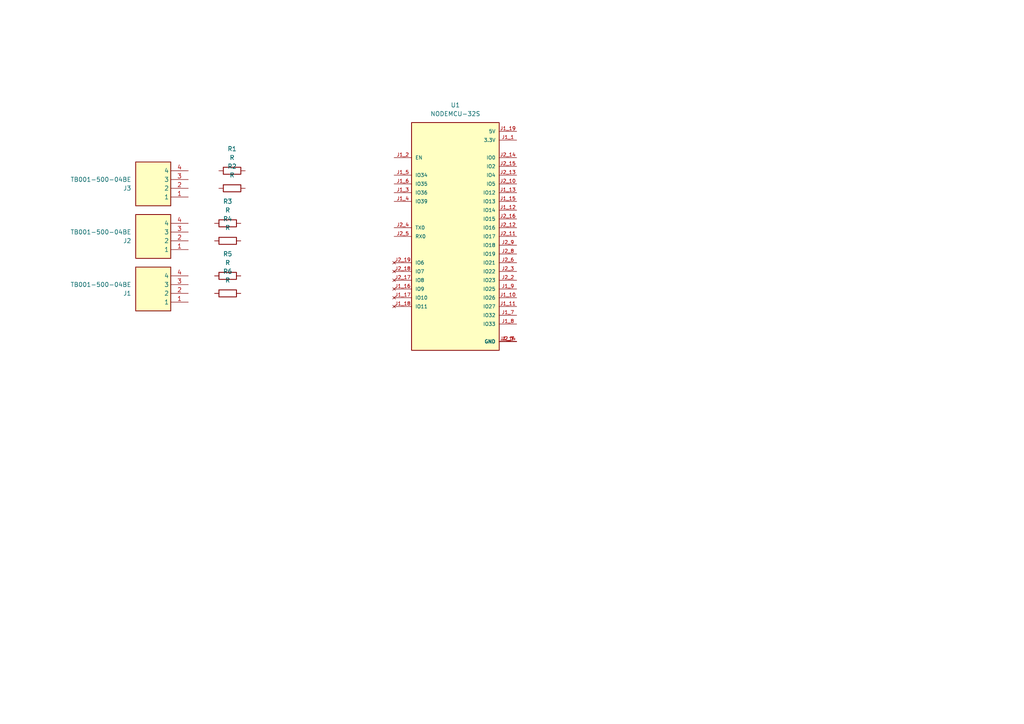
<source format=kicad_sch>
(kicad_sch
	(version 20231120)
	(generator "eeschema")
	(generator_version "8.0")
	(uuid "843dd45d-700d-47ca-b373-a487771aea0d")
	(paper "A4")
	(lib_symbols
		(symbol "Device:R"
			(pin_numbers hide)
			(pin_names
				(offset 0)
			)
			(exclude_from_sim no)
			(in_bom yes)
			(on_board yes)
			(property "Reference" "R"
				(at 2.032 0 90)
				(effects
					(font
						(size 1.27 1.27)
					)
				)
			)
			(property "Value" "R"
				(at 0 0 90)
				(effects
					(font
						(size 1.27 1.27)
					)
				)
			)
			(property "Footprint" ""
				(at -1.778 0 90)
				(effects
					(font
						(size 1.27 1.27)
					)
					(hide yes)
				)
			)
			(property "Datasheet" "~"
				(at 0 0 0)
				(effects
					(font
						(size 1.27 1.27)
					)
					(hide yes)
				)
			)
			(property "Description" "Resistor"
				(at 0 0 0)
				(effects
					(font
						(size 1.27 1.27)
					)
					(hide yes)
				)
			)
			(property "ki_keywords" "R res resistor"
				(at 0 0 0)
				(effects
					(font
						(size 1.27 1.27)
					)
					(hide yes)
				)
			)
			(property "ki_fp_filters" "R_*"
				(at 0 0 0)
				(effects
					(font
						(size 1.27 1.27)
					)
					(hide yes)
				)
			)
			(symbol "R_0_1"
				(rectangle
					(start -1.016 -2.54)
					(end 1.016 2.54)
					(stroke
						(width 0.254)
						(type default)
					)
					(fill
						(type none)
					)
				)
			)
			(symbol "R_1_1"
				(pin passive line
					(at 0 3.81 270)
					(length 1.27)
					(name "~"
						(effects
							(font
								(size 1.27 1.27)
							)
						)
					)
					(number "1"
						(effects
							(font
								(size 1.27 1.27)
							)
						)
					)
				)
				(pin passive line
					(at 0 -3.81 90)
					(length 1.27)
					(name "~"
						(effects
							(font
								(size 1.27 1.27)
							)
						)
					)
					(number "2"
						(effects
							(font
								(size 1.27 1.27)
							)
						)
					)
				)
			)
		)
		(symbol "LEDController:NODEMCU-32S"
			(pin_names
				(offset 1.016)
			)
			(exclude_from_sim no)
			(in_bom yes)
			(on_board yes)
			(property "Reference" "U"
				(at -12.7 33.782 0)
				(effects
					(font
						(size 1.27 1.27)
					)
					(justify left bottom)
				)
			)
			(property "Value" "NODEMCU-32S"
				(at -12.7 -35.56 0)
				(effects
					(font
						(size 1.27 1.27)
					)
					(justify left bottom)
				)
			)
			(property "Footprint" "LEDController:MODULE_NODEMCU-32S"
				(at 0 0 0)
				(effects
					(font
						(size 1.27 1.27)
					)
					(justify bottom)
					(hide yes)
				)
			)
			(property "Datasheet" ""
				(at 0 0 0)
				(effects
					(font
						(size 1.27 1.27)
					)
					(hide yes)
				)
			)
			(property "Description" ""
				(at 0 0 0)
				(effects
					(font
						(size 1.27 1.27)
					)
					(hide yes)
				)
			)
			(property "MF" "AI-Thinker"
				(at 0 0 0)
				(effects
					(font
						(size 1.27 1.27)
					)
					(justify bottom)
					(hide yes)
				)
			)
			(property "MAXIMUM_PACKAGE_HEIGHT" "3.00mm"
				(at 0 0 0)
				(effects
					(font
						(size 1.27 1.27)
					)
					(justify bottom)
					(hide yes)
				)
			)
			(property "Package" "Package"
				(at 0 0 0)
				(effects
					(font
						(size 1.27 1.27)
					)
					(justify bottom)
					(hide yes)
				)
			)
			(property "Price" "None"
				(at 0 0 0)
				(effects
					(font
						(size 1.27 1.27)
					)
					(justify bottom)
					(hide yes)
				)
			)
			(property "Check_prices" "https://www.snapeda.com/parts/NODEMCU-32S/AI-Thinker/view-part/?ref=eda"
				(at 0 0 0)
				(effects
					(font
						(size 1.27 1.27)
					)
					(justify bottom)
					(hide yes)
				)
			)
			(property "STANDARD" "Manufacturer Recommendations"
				(at 0 0 0)
				(effects
					(font
						(size 1.27 1.27)
					)
					(justify bottom)
					(hide yes)
				)
			)
			(property "PARTREV" "V1"
				(at 0 0 0)
				(effects
					(font
						(size 1.27 1.27)
					)
					(justify bottom)
					(hide yes)
				)
			)
			(property "SnapEDA_Link" "https://www.snapeda.com/parts/NODEMCU-32S/AI-Thinker/view-part/?ref=snap"
				(at 0 0 0)
				(effects
					(font
						(size 1.27 1.27)
					)
					(justify bottom)
					(hide yes)
				)
			)
			(property "MP" "NODEMCU-32S"
				(at 0 0 0)
				(effects
					(font
						(size 1.27 1.27)
					)
					(justify bottom)
					(hide yes)
				)
			)
			(property "Description_1" "\n                        \n                            WIFI MODULE V1\n                        \n"
				(at 0 0 0)
				(effects
					(font
						(size 1.27 1.27)
					)
					(justify bottom)
					(hide yes)
				)
			)
			(property "Availability" "Not in stock"
				(at 0 0 0)
				(effects
					(font
						(size 1.27 1.27)
					)
					(justify bottom)
					(hide yes)
				)
			)
			(property "MANUFACTURER" "AI-Thinker"
				(at 0 0 0)
				(effects
					(font
						(size 1.27 1.27)
					)
					(justify bottom)
					(hide yes)
				)
			)
			(symbol "NODEMCU-32S_0_0"
				(rectangle
					(start -12.7 -33.02)
					(end 12.7 33.02)
					(stroke
						(width 0.254)
						(type default)
					)
					(fill
						(type background)
					)
				)
				(pin power_in line
					(at 17.78 27.94 180)
					(length 5.08)
					(name "3.3V"
						(effects
							(font
								(size 1.016 1.016)
							)
						)
					)
					(number "J1_1"
						(effects
							(font
								(size 1.016 1.016)
							)
						)
					)
				)
				(pin bidirectional line
					(at 17.78 -17.78 180)
					(length 5.08)
					(name "IO26"
						(effects
							(font
								(size 1.016 1.016)
							)
						)
					)
					(number "J1_10"
						(effects
							(font
								(size 1.016 1.016)
							)
						)
					)
				)
				(pin bidirectional line
					(at 17.78 -20.32 180)
					(length 5.08)
					(name "IO27"
						(effects
							(font
								(size 1.016 1.016)
							)
						)
					)
					(number "J1_11"
						(effects
							(font
								(size 1.016 1.016)
							)
						)
					)
				)
				(pin bidirectional line
					(at 17.78 7.62 180)
					(length 5.08)
					(name "IO14"
						(effects
							(font
								(size 1.016 1.016)
							)
						)
					)
					(number "J1_12"
						(effects
							(font
								(size 1.016 1.016)
							)
						)
					)
				)
				(pin bidirectional line
					(at 17.78 12.7 180)
					(length 5.08)
					(name "IO12"
						(effects
							(font
								(size 1.016 1.016)
							)
						)
					)
					(number "J1_13"
						(effects
							(font
								(size 1.016 1.016)
							)
						)
					)
				)
				(pin power_in line
					(at 17.78 -30.48 180)
					(length 5.08)
					(name "GND"
						(effects
							(font
								(size 1.016 1.016)
							)
						)
					)
					(number "J1_14"
						(effects
							(font
								(size 1.016 1.016)
							)
						)
					)
				)
				(pin bidirectional line
					(at 17.78 10.16 180)
					(length 5.08)
					(name "IO13"
						(effects
							(font
								(size 1.016 1.016)
							)
						)
					)
					(number "J1_15"
						(effects
							(font
								(size 1.016 1.016)
							)
						)
					)
				)
				(pin no_connect line
					(at -17.78 -15.24 0)
					(length 5.08)
					(name "IO9"
						(effects
							(font
								(size 1.016 1.016)
							)
						)
					)
					(number "J1_16"
						(effects
							(font
								(size 1.016 1.016)
							)
						)
					)
				)
				(pin no_connect line
					(at -17.78 -17.78 0)
					(length 5.08)
					(name "IO10"
						(effects
							(font
								(size 1.016 1.016)
							)
						)
					)
					(number "J1_17"
						(effects
							(font
								(size 1.016 1.016)
							)
						)
					)
				)
				(pin no_connect line
					(at -17.78 -20.32 0)
					(length 5.08)
					(name "IO11"
						(effects
							(font
								(size 1.016 1.016)
							)
						)
					)
					(number "J1_18"
						(effects
							(font
								(size 1.016 1.016)
							)
						)
					)
				)
				(pin power_in line
					(at 17.78 30.48 180)
					(length 5.08)
					(name "5V"
						(effects
							(font
								(size 1.016 1.016)
							)
						)
					)
					(number "J1_19"
						(effects
							(font
								(size 1.016 1.016)
							)
						)
					)
				)
				(pin input line
					(at -17.78 22.86 0)
					(length 5.08)
					(name "EN"
						(effects
							(font
								(size 1.016 1.016)
							)
						)
					)
					(number "J1_2"
						(effects
							(font
								(size 1.016 1.016)
							)
						)
					)
				)
				(pin input line
					(at -17.78 12.7 0)
					(length 5.08)
					(name "IO36"
						(effects
							(font
								(size 1.016 1.016)
							)
						)
					)
					(number "J1_3"
						(effects
							(font
								(size 1.016 1.016)
							)
						)
					)
				)
				(pin input line
					(at -17.78 10.16 0)
					(length 5.08)
					(name "IO39"
						(effects
							(font
								(size 1.016 1.016)
							)
						)
					)
					(number "J1_4"
						(effects
							(font
								(size 1.016 1.016)
							)
						)
					)
				)
				(pin input line
					(at -17.78 17.78 0)
					(length 5.08)
					(name "IO34"
						(effects
							(font
								(size 1.016 1.016)
							)
						)
					)
					(number "J1_5"
						(effects
							(font
								(size 1.016 1.016)
							)
						)
					)
				)
				(pin input line
					(at -17.78 15.24 0)
					(length 5.08)
					(name "IO35"
						(effects
							(font
								(size 1.016 1.016)
							)
						)
					)
					(number "J1_6"
						(effects
							(font
								(size 1.016 1.016)
							)
						)
					)
				)
				(pin bidirectional line
					(at 17.78 -22.86 180)
					(length 5.08)
					(name "IO32"
						(effects
							(font
								(size 1.016 1.016)
							)
						)
					)
					(number "J1_7"
						(effects
							(font
								(size 1.016 1.016)
							)
						)
					)
				)
				(pin bidirectional line
					(at 17.78 -25.4 180)
					(length 5.08)
					(name "IO33"
						(effects
							(font
								(size 1.016 1.016)
							)
						)
					)
					(number "J1_8"
						(effects
							(font
								(size 1.016 1.016)
							)
						)
					)
				)
				(pin bidirectional line
					(at 17.78 -15.24 180)
					(length 5.08)
					(name "IO25"
						(effects
							(font
								(size 1.016 1.016)
							)
						)
					)
					(number "J1_9"
						(effects
							(font
								(size 1.016 1.016)
							)
						)
					)
				)
				(pin power_in line
					(at 17.78 -30.48 180)
					(length 5.08)
					(name "GND"
						(effects
							(font
								(size 1.016 1.016)
							)
						)
					)
					(number "J2_1"
						(effects
							(font
								(size 1.016 1.016)
							)
						)
					)
				)
				(pin bidirectional line
					(at 17.78 15.24 180)
					(length 5.08)
					(name "IO5"
						(effects
							(font
								(size 1.016 1.016)
							)
						)
					)
					(number "J2_10"
						(effects
							(font
								(size 1.016 1.016)
							)
						)
					)
				)
				(pin bidirectional line
					(at 17.78 0 180)
					(length 5.08)
					(name "IO17"
						(effects
							(font
								(size 1.016 1.016)
							)
						)
					)
					(number "J2_11"
						(effects
							(font
								(size 1.016 1.016)
							)
						)
					)
				)
				(pin bidirectional line
					(at 17.78 2.54 180)
					(length 5.08)
					(name "IO16"
						(effects
							(font
								(size 1.016 1.016)
							)
						)
					)
					(number "J2_12"
						(effects
							(font
								(size 1.016 1.016)
							)
						)
					)
				)
				(pin bidirectional line
					(at 17.78 17.78 180)
					(length 5.08)
					(name "IO4"
						(effects
							(font
								(size 1.016 1.016)
							)
						)
					)
					(number "J2_13"
						(effects
							(font
								(size 1.016 1.016)
							)
						)
					)
				)
				(pin bidirectional line
					(at 17.78 22.86 180)
					(length 5.08)
					(name "IO0"
						(effects
							(font
								(size 1.016 1.016)
							)
						)
					)
					(number "J2_14"
						(effects
							(font
								(size 1.016 1.016)
							)
						)
					)
				)
				(pin bidirectional line
					(at 17.78 20.32 180)
					(length 5.08)
					(name "IO2"
						(effects
							(font
								(size 1.016 1.016)
							)
						)
					)
					(number "J2_15"
						(effects
							(font
								(size 1.016 1.016)
							)
						)
					)
				)
				(pin bidirectional line
					(at 17.78 5.08 180)
					(length 5.08)
					(name "IO15"
						(effects
							(font
								(size 1.016 1.016)
							)
						)
					)
					(number "J2_16"
						(effects
							(font
								(size 1.016 1.016)
							)
						)
					)
				)
				(pin no_connect line
					(at -17.78 -12.7 0)
					(length 5.08)
					(name "IO8"
						(effects
							(font
								(size 1.016 1.016)
							)
						)
					)
					(number "J2_17"
						(effects
							(font
								(size 1.016 1.016)
							)
						)
					)
				)
				(pin no_connect line
					(at -17.78 -10.16 0)
					(length 5.08)
					(name "IO7"
						(effects
							(font
								(size 1.016 1.016)
							)
						)
					)
					(number "J2_18"
						(effects
							(font
								(size 1.016 1.016)
							)
						)
					)
				)
				(pin no_connect line
					(at -17.78 -7.62 0)
					(length 5.08)
					(name "IO6"
						(effects
							(font
								(size 1.016 1.016)
							)
						)
					)
					(number "J2_19"
						(effects
							(font
								(size 1.016 1.016)
							)
						)
					)
				)
				(pin bidirectional line
					(at 17.78 -12.7 180)
					(length 5.08)
					(name "IO23"
						(effects
							(font
								(size 1.016 1.016)
							)
						)
					)
					(number "J2_2"
						(effects
							(font
								(size 1.016 1.016)
							)
						)
					)
				)
				(pin bidirectional line
					(at 17.78 -10.16 180)
					(length 5.08)
					(name "IO22"
						(effects
							(font
								(size 1.016 1.016)
							)
						)
					)
					(number "J2_3"
						(effects
							(font
								(size 1.016 1.016)
							)
						)
					)
				)
				(pin bidirectional line
					(at -17.78 2.54 0)
					(length 5.08)
					(name "TX0"
						(effects
							(font
								(size 1.016 1.016)
							)
						)
					)
					(number "J2_4"
						(effects
							(font
								(size 1.016 1.016)
							)
						)
					)
				)
				(pin bidirectional line
					(at -17.78 0 0)
					(length 5.08)
					(name "RX0"
						(effects
							(font
								(size 1.016 1.016)
							)
						)
					)
					(number "J2_5"
						(effects
							(font
								(size 1.016 1.016)
							)
						)
					)
				)
				(pin bidirectional line
					(at 17.78 -7.62 180)
					(length 5.08)
					(name "IO21"
						(effects
							(font
								(size 1.016 1.016)
							)
						)
					)
					(number "J2_6"
						(effects
							(font
								(size 1.016 1.016)
							)
						)
					)
				)
				(pin power_in line
					(at 17.78 -30.48 180)
					(length 5.08)
					(name "GND"
						(effects
							(font
								(size 1.016 1.016)
							)
						)
					)
					(number "J2_7"
						(effects
							(font
								(size 1.016 1.016)
							)
						)
					)
				)
				(pin bidirectional line
					(at 17.78 -5.08 180)
					(length 5.08)
					(name "IO19"
						(effects
							(font
								(size 1.016 1.016)
							)
						)
					)
					(number "J2_8"
						(effects
							(font
								(size 1.016 1.016)
							)
						)
					)
				)
				(pin bidirectional line
					(at 17.78 -2.54 180)
					(length 5.08)
					(name "IO18"
						(effects
							(font
								(size 1.016 1.016)
							)
						)
					)
					(number "J2_9"
						(effects
							(font
								(size 1.016 1.016)
							)
						)
					)
				)
			)
		)
		(symbol "LEDController:TB001-500-04BE"
			(exclude_from_sim no)
			(in_bom yes)
			(on_board yes)
			(property "Reference" "J"
				(at 16.51 7.62 0)
				(effects
					(font
						(size 1.27 1.27)
					)
					(justify left top)
				)
			)
			(property "Value" "TB001-500-04BE"
				(at 16.51 5.08 0)
				(effects
					(font
						(size 1.27 1.27)
					)
					(justify left top)
				)
			)
			(property "Footprint" "TB00150004BE"
				(at 16.51 -94.92 0)
				(effects
					(font
						(size 1.27 1.27)
					)
					(justify left top)
					(hide yes)
				)
			)
			(property "Datasheet" "https://www.arrow.com/en/products/tb001-500-04be/cui-devices?utm_currency=USD&region=nac"
				(at 16.51 -194.92 0)
				(effects
					(font
						(size 1.27 1.27)
					)
					(justify left top)
					(hide yes)
				)
			)
			(property "Description" "Fixed Terminal Blocks Terminal block, screw type, 5.00, horizontal, 4 poles, CUI Blue, slotted screw, PCB mount"
				(at 0 0 0)
				(effects
					(font
						(size 1.27 1.27)
					)
					(hide yes)
				)
			)
			(property "Height" "12.9"
				(at 16.51 -394.92 0)
				(effects
					(font
						(size 1.27 1.27)
					)
					(justify left top)
					(hide yes)
				)
			)
			(property "Arrow Part Number" "TB001-500-04BE"
				(at 16.51 -494.92 0)
				(effects
					(font
						(size 1.27 1.27)
					)
					(justify left top)
					(hide yes)
				)
			)
			(property "Arrow Price/Stock" "https://www.arrow.com/en/products/tb001-500-04be/cui-devices?utm_currency=USD&region=nac"
				(at 16.51 -594.92 0)
				(effects
					(font
						(size 1.27 1.27)
					)
					(justify left top)
					(hide yes)
				)
			)
			(property "Manufacturer_Name" "Same Sky"
				(at 16.51 -694.92 0)
				(effects
					(font
						(size 1.27 1.27)
					)
					(justify left top)
					(hide yes)
				)
			)
			(property "Manufacturer_Part_Number" "TB001-500-04BE"
				(at 16.51 -794.92 0)
				(effects
					(font
						(size 1.27 1.27)
					)
					(justify left top)
					(hide yes)
				)
			)
			(symbol "TB001-500-04BE_1_1"
				(rectangle
					(start 5.08 2.54)
					(end 15.24 -10.16)
					(stroke
						(width 0.254)
						(type default)
					)
					(fill
						(type background)
					)
				)
				(pin passive line
					(at 0 0 0)
					(length 5.08)
					(name "1"
						(effects
							(font
								(size 1.27 1.27)
							)
						)
					)
					(number "1"
						(effects
							(font
								(size 1.27 1.27)
							)
						)
					)
				)
				(pin passive line
					(at 0 -2.54 0)
					(length 5.08)
					(name "2"
						(effects
							(font
								(size 1.27 1.27)
							)
						)
					)
					(number "2"
						(effects
							(font
								(size 1.27 1.27)
							)
						)
					)
				)
				(pin passive line
					(at 0 -5.08 0)
					(length 5.08)
					(name "3"
						(effects
							(font
								(size 1.27 1.27)
							)
						)
					)
					(number "3"
						(effects
							(font
								(size 1.27 1.27)
							)
						)
					)
				)
				(pin passive line
					(at 0 -7.62 0)
					(length 5.08)
					(name "4"
						(effects
							(font
								(size 1.27 1.27)
							)
						)
					)
					(number "4"
						(effects
							(font
								(size 1.27 1.27)
							)
						)
					)
				)
			)
		)
	)
	(symbol
		(lib_id "Device:R")
		(at 66.04 69.85 90)
		(unit 1)
		(exclude_from_sim no)
		(in_bom yes)
		(on_board yes)
		(dnp no)
		(fields_autoplaced yes)
		(uuid "2003a29d-cca4-40ab-b237-d57754a427d6")
		(property "Reference" "R4"
			(at 66.04 63.5 90)
			(effects
				(font
					(size 1.27 1.27)
				)
			)
		)
		(property "Value" "R"
			(at 66.04 66.04 90)
			(effects
				(font
					(size 1.27 1.27)
				)
			)
		)
		(property "Footprint" "Resistor_THT:R_Axial_DIN0207_L6.3mm_D2.5mm_P10.16mm_Horizontal"
			(at 66.04 71.628 90)
			(effects
				(font
					(size 1.27 1.27)
				)
				(hide yes)
			)
		)
		(property "Datasheet" "~"
			(at 66.04 69.85 0)
			(effects
				(font
					(size 1.27 1.27)
				)
				(hide yes)
			)
		)
		(property "Description" "Resistor"
			(at 66.04 69.85 0)
			(effects
				(font
					(size 1.27 1.27)
				)
				(hide yes)
			)
		)
		(pin "2"
			(uuid "04c31e33-48e9-4b61-8d4c-450630ea76da")
		)
		(pin "1"
			(uuid "929810e5-a739-4480-a7ec-b9c126f51d3b")
		)
		(instances
			(project "LEDControllerBrain"
				(path "/843dd45d-700d-47ca-b373-a487771aea0d"
					(reference "R4")
					(unit 1)
				)
			)
		)
	)
	(symbol
		(lib_id "Device:R")
		(at 66.04 85.09 90)
		(unit 1)
		(exclude_from_sim no)
		(in_bom yes)
		(on_board yes)
		(dnp no)
		(fields_autoplaced yes)
		(uuid "28d29aab-7d08-4308-89bf-51addfbd6263")
		(property "Reference" "R6"
			(at 66.04 78.74 90)
			(effects
				(font
					(size 1.27 1.27)
				)
			)
		)
		(property "Value" "R"
			(at 66.04 81.28 90)
			(effects
				(font
					(size 1.27 1.27)
				)
			)
		)
		(property "Footprint" "Resistor_THT:R_Axial_DIN0207_L6.3mm_D2.5mm_P10.16mm_Horizontal"
			(at 66.04 86.868 90)
			(effects
				(font
					(size 1.27 1.27)
				)
				(hide yes)
			)
		)
		(property "Datasheet" "~"
			(at 66.04 85.09 0)
			(effects
				(font
					(size 1.27 1.27)
				)
				(hide yes)
			)
		)
		(property "Description" "Resistor"
			(at 66.04 85.09 0)
			(effects
				(font
					(size 1.27 1.27)
				)
				(hide yes)
			)
		)
		(pin "2"
			(uuid "477f6468-ae02-4e3e-aadc-a47fc4ce3664")
		)
		(pin "1"
			(uuid "42a57ba7-3e61-49b0-b9ac-59f32d972db6")
		)
		(instances
			(project "LEDControllerBrain"
				(path "/843dd45d-700d-47ca-b373-a487771aea0d"
					(reference "R6")
					(unit 1)
				)
			)
		)
	)
	(symbol
		(lib_id "Device:R")
		(at 67.31 49.53 90)
		(unit 1)
		(exclude_from_sim no)
		(in_bom yes)
		(on_board yes)
		(dnp no)
		(fields_autoplaced yes)
		(uuid "3170217f-4eeb-4df5-913d-7bf2782c4266")
		(property "Reference" "R1"
			(at 67.31 43.18 90)
			(effects
				(font
					(size 1.27 1.27)
				)
			)
		)
		(property "Value" "R"
			(at 67.31 45.72 90)
			(effects
				(font
					(size 1.27 1.27)
				)
			)
		)
		(property "Footprint" "Resistor_THT:R_Axial_DIN0207_L6.3mm_D2.5mm_P10.16mm_Horizontal"
			(at 67.31 51.308 90)
			(effects
				(font
					(size 1.27 1.27)
				)
				(hide yes)
			)
		)
		(property "Datasheet" "~"
			(at 67.31 49.53 0)
			(effects
				(font
					(size 1.27 1.27)
				)
				(hide yes)
			)
		)
		(property "Description" "Resistor"
			(at 67.31 49.53 0)
			(effects
				(font
					(size 1.27 1.27)
				)
				(hide yes)
			)
		)
		(pin "2"
			(uuid "88983f0d-5ea8-416f-bf6c-670236890ff9")
		)
		(pin "1"
			(uuid "3c388a16-5d93-4b21-be10-18338cf4d704")
		)
		(instances
			(project ""
				(path "/843dd45d-700d-47ca-b373-a487771aea0d"
					(reference "R1")
					(unit 1)
				)
			)
		)
	)
	(symbol
		(lib_id "Device:R")
		(at 66.04 64.77 90)
		(unit 1)
		(exclude_from_sim no)
		(in_bom yes)
		(on_board yes)
		(dnp no)
		(fields_autoplaced yes)
		(uuid "3e43ff98-6f6a-4650-98e8-141979e9eb9d")
		(property "Reference" "R3"
			(at 66.04 58.42 90)
			(effects
				(font
					(size 1.27 1.27)
				)
			)
		)
		(property "Value" "R"
			(at 66.04 60.96 90)
			(effects
				(font
					(size 1.27 1.27)
				)
			)
		)
		(property "Footprint" "Resistor_THT:R_Axial_DIN0207_L6.3mm_D2.5mm_P10.16mm_Horizontal"
			(at 66.04 66.548 90)
			(effects
				(font
					(size 1.27 1.27)
				)
				(hide yes)
			)
		)
		(property "Datasheet" "~"
			(at 66.04 64.77 0)
			(effects
				(font
					(size 1.27 1.27)
				)
				(hide yes)
			)
		)
		(property "Description" "Resistor"
			(at 66.04 64.77 0)
			(effects
				(font
					(size 1.27 1.27)
				)
				(hide yes)
			)
		)
		(pin "2"
			(uuid "f132a1d6-de01-45a8-b453-7773977c97fb")
		)
		(pin "1"
			(uuid "0e2364fd-c08e-49fb-8168-f7432db327ff")
		)
		(instances
			(project "LEDControllerBrain"
				(path "/843dd45d-700d-47ca-b373-a487771aea0d"
					(reference "R3")
					(unit 1)
				)
			)
		)
	)
	(symbol
		(lib_id "LEDController:TB001-500-04BE")
		(at 54.61 87.63 180)
		(unit 1)
		(exclude_from_sim no)
		(in_bom yes)
		(on_board yes)
		(dnp no)
		(fields_autoplaced yes)
		(uuid "54aa3dfe-f269-439f-8c9d-c5395fbf4226")
		(property "Reference" "J1"
			(at 38.1 85.0901 0)
			(effects
				(font
					(size 1.27 1.27)
				)
				(justify left)
			)
		)
		(property "Value" "TB001-500-04BE"
			(at 38.1 82.5501 0)
			(effects
				(font
					(size 1.27 1.27)
				)
				(justify left)
			)
		)
		(property "Footprint" "TB00150004BE"
			(at 38.1 -7.29 0)
			(effects
				(font
					(size 1.27 1.27)
				)
				(justify left top)
				(hide yes)
			)
		)
		(property "Datasheet" "https://www.arrow.com/en/products/tb001-500-04be/cui-devices?utm_currency=USD&region=nac"
			(at 38.1 -107.29 0)
			(effects
				(font
					(size 1.27 1.27)
				)
				(justify left top)
				(hide yes)
			)
		)
		(property "Description" "Fixed Terminal Blocks Terminal block, screw type, 5.00, horizontal, 4 poles, CUI Blue, slotted screw, PCB mount"
			(at 54.61 87.63 0)
			(effects
				(font
					(size 1.27 1.27)
				)
				(hide yes)
			)
		)
		(property "Height" "12.9"
			(at 38.1 -307.29 0)
			(effects
				(font
					(size 1.27 1.27)
				)
				(justify left top)
				(hide yes)
			)
		)
		(property "Arrow Part Number" "TB001-500-04BE"
			(at 38.1 -407.29 0)
			(effects
				(font
					(size 1.27 1.27)
				)
				(justify left top)
				(hide yes)
			)
		)
		(property "Arrow Price/Stock" "https://www.arrow.com/en/products/tb001-500-04be/cui-devices?utm_currency=USD&region=nac"
			(at 38.1 -507.29 0)
			(effects
				(font
					(size 1.27 1.27)
				)
				(justify left top)
				(hide yes)
			)
		)
		(property "Manufacturer_Name" "Same Sky"
			(at 38.1 -607.29 0)
			(effects
				(font
					(size 1.27 1.27)
				)
				(justify left top)
				(hide yes)
			)
		)
		(property "Manufacturer_Part_Number" "TB001-500-04BE"
			(at 38.1 -707.29 0)
			(effects
				(font
					(size 1.27 1.27)
				)
				(justify left top)
				(hide yes)
			)
		)
		(pin "4"
			(uuid "6c9dec89-77db-45c5-8a39-496f62955e08")
		)
		(pin "2"
			(uuid "c94bd6db-7eaf-4f92-9bed-40628709eb93")
		)
		(pin "1"
			(uuid "6a675a99-cb43-4168-b698-8c6e3ce6b37c")
		)
		(pin "3"
			(uuid "63b84e80-ee5a-4154-892c-9c9c478ef80d")
		)
		(instances
			(project ""
				(path "/843dd45d-700d-47ca-b373-a487771aea0d"
					(reference "J1")
					(unit 1)
				)
			)
		)
	)
	(symbol
		(lib_id "Device:R")
		(at 67.31 54.61 90)
		(unit 1)
		(exclude_from_sim no)
		(in_bom yes)
		(on_board yes)
		(dnp no)
		(fields_autoplaced yes)
		(uuid "7e76bf64-5103-4071-afc0-57615666e626")
		(property "Reference" "R2"
			(at 67.31 48.26 90)
			(effects
				(font
					(size 1.27 1.27)
				)
			)
		)
		(property "Value" "R"
			(at 67.31 50.8 90)
			(effects
				(font
					(size 1.27 1.27)
				)
			)
		)
		(property "Footprint" "Resistor_THT:R_Axial_DIN0207_L6.3mm_D2.5mm_P10.16mm_Horizontal"
			(at 67.31 56.388 90)
			(effects
				(font
					(size 1.27 1.27)
				)
				(hide yes)
			)
		)
		(property "Datasheet" "~"
			(at 67.31 54.61 0)
			(effects
				(font
					(size 1.27 1.27)
				)
				(hide yes)
			)
		)
		(property "Description" "Resistor"
			(at 67.31 54.61 0)
			(effects
				(font
					(size 1.27 1.27)
				)
				(hide yes)
			)
		)
		(pin "2"
			(uuid "00986a86-dde9-4ec5-9d32-633c1d698846")
		)
		(pin "1"
			(uuid "39291764-06ac-46fb-8cde-e59a37131444")
		)
		(instances
			(project "LEDControllerBrain"
				(path "/843dd45d-700d-47ca-b373-a487771aea0d"
					(reference "R2")
					(unit 1)
				)
			)
		)
	)
	(symbol
		(lib_id "LEDController:NODEMCU-32S")
		(at 132.08 68.58 0)
		(unit 1)
		(exclude_from_sim no)
		(in_bom yes)
		(on_board yes)
		(dnp no)
		(fields_autoplaced yes)
		(uuid "89e9f163-9879-4460-8000-d67db0e88d49")
		(property "Reference" "U1"
			(at 132.08 30.48 0)
			(effects
				(font
					(size 1.27 1.27)
				)
			)
		)
		(property "Value" "NODEMCU-32S"
			(at 132.08 33.02 0)
			(effects
				(font
					(size 1.27 1.27)
				)
			)
		)
		(property "Footprint" "LEDController:MODULE_NODEMCU-32S"
			(at 132.08 68.58 0)
			(effects
				(font
					(size 1.27 1.27)
				)
				(justify bottom)
				(hide yes)
			)
		)
		(property "Datasheet" ""
			(at 132.08 68.58 0)
			(effects
				(font
					(size 1.27 1.27)
				)
				(hide yes)
			)
		)
		(property "Description" ""
			(at 132.08 68.58 0)
			(effects
				(font
					(size 1.27 1.27)
				)
				(hide yes)
			)
		)
		(property "MF" "AI-Thinker"
			(at 132.08 68.58 0)
			(effects
				(font
					(size 1.27 1.27)
				)
				(justify bottom)
				(hide yes)
			)
		)
		(property "MAXIMUM_PACKAGE_HEIGHT" "3.00mm"
			(at 132.08 68.58 0)
			(effects
				(font
					(size 1.27 1.27)
				)
				(justify bottom)
				(hide yes)
			)
		)
		(property "Package" "Package"
			(at 132.08 68.58 0)
			(effects
				(font
					(size 1.27 1.27)
				)
				(justify bottom)
				(hide yes)
			)
		)
		(property "Price" "None"
			(at 132.08 68.58 0)
			(effects
				(font
					(size 1.27 1.27)
				)
				(justify bottom)
				(hide yes)
			)
		)
		(property "Check_prices" "https://www.snapeda.com/parts/NODEMCU-32S/AI-Thinker/view-part/?ref=eda"
			(at 132.08 68.58 0)
			(effects
				(font
					(size 1.27 1.27)
				)
				(justify bottom)
				(hide yes)
			)
		)
		(property "STANDARD" "Manufacturer Recommendations"
			(at 132.08 68.58 0)
			(effects
				(font
					(size 1.27 1.27)
				)
				(justify bottom)
				(hide yes)
			)
		)
		(property "PARTREV" "V1"
			(at 132.08 68.58 0)
			(effects
				(font
					(size 1.27 1.27)
				)
				(justify bottom)
				(hide yes)
			)
		)
		(property "SnapEDA_Link" "https://www.snapeda.com/parts/NODEMCU-32S/AI-Thinker/view-part/?ref=snap"
			(at 132.08 68.58 0)
			(effects
				(font
					(size 1.27 1.27)
				)
				(justify bottom)
				(hide yes)
			)
		)
		(property "MP" "NODEMCU-32S"
			(at 132.08 68.58 0)
			(effects
				(font
					(size 1.27 1.27)
				)
				(justify bottom)
				(hide yes)
			)
		)
		(property "Description_1" "\n                        \n                            WIFI MODULE V1\n                        \n"
			(at 132.08 68.58 0)
			(effects
				(font
					(size 1.27 1.27)
				)
				(justify bottom)
				(hide yes)
			)
		)
		(property "Availability" "Not in stock"
			(at 132.08 68.58 0)
			(effects
				(font
					(size 1.27 1.27)
				)
				(justify bottom)
				(hide yes)
			)
		)
		(property "MANUFACTURER" "AI-Thinker"
			(at 132.08 68.58 0)
			(effects
				(font
					(size 1.27 1.27)
				)
				(justify bottom)
				(hide yes)
			)
		)
		(pin "J1_17"
			(uuid "863db319-c364-48fb-9b96-842e278d28ec")
		)
		(pin "J1_5"
			(uuid "c817ba43-dccb-4435-85f3-7c65997aaebb")
		)
		(pin "J1_6"
			(uuid "2e8aac7c-4fee-400e-b4a2-194f54b345a2")
		)
		(pin "J1_7"
			(uuid "63e81a78-8309-43a3-a992-e67a0ae1ca95")
		)
		(pin "J1_12"
			(uuid "2f895e43-c67a-4ca8-a2d6-de9992c170b7")
		)
		(pin "J1_11"
			(uuid "ecbba1ed-81a6-45ea-a142-b36ae125ccb6")
		)
		(pin "J1_13"
			(uuid "ac6d224e-7ed8-4385-875e-297e3311158f")
		)
		(pin "J1_15"
			(uuid "8145ddf5-dc65-443f-8f90-274e9a5827fc")
		)
		(pin "J1_10"
			(uuid "83f6c1e5-05a3-42ae-b6c2-0fc79072baf3")
		)
		(pin "J1_18"
			(uuid "af80d80c-4c0e-48b2-9208-63e7e5a8e2b0")
		)
		(pin "J1_14"
			(uuid "a0ce92e5-3e29-435f-b809-eaf5dfc074f0")
		)
		(pin "J1_19"
			(uuid "2d125fd0-fc0b-4da8-96ac-4fa23f07c5e5")
		)
		(pin "J1_1"
			(uuid "fb3e3659-1791-4a54-bf5d-7d073e549658")
		)
		(pin "J1_2"
			(uuid "84c9a4f8-b9c5-42c2-85dd-5f8f37a1349e")
		)
		(pin "J1_3"
			(uuid "bb6b232f-a592-446f-94a2-335af9f024eb")
		)
		(pin "J1_16"
			(uuid "dba479ea-a345-40f8-8fed-f238932abf50")
		)
		(pin "J1_4"
			(uuid "cde11b5c-53a8-45cc-92c4-f1a9c1f934ea")
		)
		(pin "J2_13"
			(uuid "7e6506e7-b72d-4b4c-80d4-7386056731b7")
		)
		(pin "J1_8"
			(uuid "9692f9f4-a893-48d2-9ff8-9ad68289576d")
		)
		(pin "J1_9"
			(uuid "061c1fee-78be-473b-bf58-93982d790c9e")
		)
		(pin "J2_1"
			(uuid "b2713886-58ba-42c4-8efb-1b2d05e1c22f")
		)
		(pin "J2_10"
			(uuid "6b13a484-7797-4099-a5de-52ece36a2538")
		)
		(pin "J2_12"
			(uuid "aa16958d-bd1b-442d-9bc1-086e830c8b66")
		)
		(pin "J2_11"
			(uuid "fa079694-4442-4012-b4bc-5baf4f0de0d0")
		)
		(pin "J2_14"
			(uuid "29f35729-37bf-4147-9e95-5e9f4c1b5c92")
		)
		(pin "J2_15"
			(uuid "1e60ad71-1017-4049-a751-0fd181a2b669")
		)
		(pin "J2_19"
			(uuid "c232bb38-f4d3-425b-bc8c-d91b63f9022d")
		)
		(pin "J2_6"
			(uuid "78000688-1060-42a6-8c66-1a4bb2a99e9b")
		)
		(pin "J2_8"
			(uuid "8c9fc24b-ddca-4631-b1c9-3306e4c6abb7")
		)
		(pin "J2_7"
			(uuid "4200eb77-3bf5-4bb2-9975-238f30f83721")
		)
		(pin "J2_3"
			(uuid "7b5c98a2-0bcc-4772-b1d1-8e9b4fa05cf5")
		)
		(pin "J2_17"
			(uuid "96bdae67-ba47-479d-b8ca-e78100d43a2e")
		)
		(pin "J2_4"
			(uuid "c7bb8051-670e-4f0e-8c7b-3956b96873b9")
		)
		(pin "J2_16"
			(uuid "6e7f57f6-cb39-416f-8fc0-3573be81ca51")
		)
		(pin "J2_18"
			(uuid "4e2dd41c-cf75-4776-8b4f-8ed7cbfadd48")
		)
		(pin "J2_2"
			(uuid "c2cc9e68-c101-498b-be81-25afa04f1a5e")
		)
		(pin "J2_9"
			(uuid "ae2aa98f-cb76-4c15-86de-d5363608091b")
		)
		(pin "J2_5"
			(uuid "3fba4be1-5c3f-4aed-b578-27b2d0963147")
		)
		(instances
			(project ""
				(path "/843dd45d-700d-47ca-b373-a487771aea0d"
					(reference "U1")
					(unit 1)
				)
			)
		)
	)
	(symbol
		(lib_id "Device:R")
		(at 66.04 80.01 90)
		(unit 1)
		(exclude_from_sim no)
		(in_bom yes)
		(on_board yes)
		(dnp no)
		(fields_autoplaced yes)
		(uuid "a01c3bbe-c163-46d4-b77b-b2d44a148891")
		(property "Reference" "R5"
			(at 66.04 73.66 90)
			(effects
				(font
					(size 1.27 1.27)
				)
			)
		)
		(property "Value" "R"
			(at 66.04 76.2 90)
			(effects
				(font
					(size 1.27 1.27)
				)
			)
		)
		(property "Footprint" "Resistor_THT:R_Axial_DIN0207_L6.3mm_D2.5mm_P10.16mm_Horizontal"
			(at 66.04 81.788 90)
			(effects
				(font
					(size 1.27 1.27)
				)
				(hide yes)
			)
		)
		(property "Datasheet" "~"
			(at 66.04 80.01 0)
			(effects
				(font
					(size 1.27 1.27)
				)
				(hide yes)
			)
		)
		(property "Description" "Resistor"
			(at 66.04 80.01 0)
			(effects
				(font
					(size 1.27 1.27)
				)
				(hide yes)
			)
		)
		(pin "2"
			(uuid "3f9720fe-5e8f-4caf-b1f8-a33f9b6d97b2")
		)
		(pin "1"
			(uuid "7b15e831-5d33-4883-83f6-ce8cfc864f42")
		)
		(instances
			(project "LEDControllerBrain"
				(path "/843dd45d-700d-47ca-b373-a487771aea0d"
					(reference "R5")
					(unit 1)
				)
			)
		)
	)
	(symbol
		(lib_id "LEDController:TB001-500-04BE")
		(at 54.61 57.15 180)
		(unit 1)
		(exclude_from_sim no)
		(in_bom yes)
		(on_board yes)
		(dnp no)
		(fields_autoplaced yes)
		(uuid "c09efac2-9bb9-4d9c-b78b-c3bc6918ad9d")
		(property "Reference" "J3"
			(at 38.1 54.6101 0)
			(effects
				(font
					(size 1.27 1.27)
				)
				(justify left)
			)
		)
		(property "Value" "TB001-500-04BE"
			(at 38.1 52.0701 0)
			(effects
				(font
					(size 1.27 1.27)
				)
				(justify left)
			)
		)
		(property "Footprint" "TB00150004BE"
			(at 38.1 -37.77 0)
			(effects
				(font
					(size 1.27 1.27)
				)
				(justify left top)
				(hide yes)
			)
		)
		(property "Datasheet" "https://www.arrow.com/en/products/tb001-500-04be/cui-devices?utm_currency=USD&region=nac"
			(at 38.1 -137.77 0)
			(effects
				(font
					(size 1.27 1.27)
				)
				(justify left top)
				(hide yes)
			)
		)
		(property "Description" "Fixed Terminal Blocks Terminal block, screw type, 5.00, horizontal, 4 poles, CUI Blue, slotted screw, PCB mount"
			(at 54.61 57.15 0)
			(effects
				(font
					(size 1.27 1.27)
				)
				(hide yes)
			)
		)
		(property "Height" "12.9"
			(at 38.1 -337.77 0)
			(effects
				(font
					(size 1.27 1.27)
				)
				(justify left top)
				(hide yes)
			)
		)
		(property "Arrow Part Number" "TB001-500-04BE"
			(at 38.1 -437.77 0)
			(effects
				(font
					(size 1.27 1.27)
				)
				(justify left top)
				(hide yes)
			)
		)
		(property "Arrow Price/Stock" "https://www.arrow.com/en/products/tb001-500-04be/cui-devices?utm_currency=USD&region=nac"
			(at 38.1 -537.77 0)
			(effects
				(font
					(size 1.27 1.27)
				)
				(justify left top)
				(hide yes)
			)
		)
		(property "Manufacturer_Name" "Same Sky"
			(at 38.1 -637.77 0)
			(effects
				(font
					(size 1.27 1.27)
				)
				(justify left top)
				(hide yes)
			)
		)
		(property "Manufacturer_Part_Number" "TB001-500-04BE"
			(at 38.1 -737.77 0)
			(effects
				(font
					(size 1.27 1.27)
				)
				(justify left top)
				(hide yes)
			)
		)
		(pin "4"
			(uuid "e9b788a1-339a-4f1e-b5e8-61e94546c108")
		)
		(pin "2"
			(uuid "215745a1-929f-4cf9-8255-bbd8a79b6fb1")
		)
		(pin "1"
			(uuid "10e93279-9012-40b4-a665-728f7a5479b4")
		)
		(pin "3"
			(uuid "e698ff60-afa1-4fa2-bc91-cce098c127bb")
		)
		(instances
			(project "LEDControllerBrain"
				(path "/843dd45d-700d-47ca-b373-a487771aea0d"
					(reference "J3")
					(unit 1)
				)
			)
		)
	)
	(symbol
		(lib_id "LEDController:TB001-500-04BE")
		(at 54.61 72.39 180)
		(unit 1)
		(exclude_from_sim no)
		(in_bom yes)
		(on_board yes)
		(dnp no)
		(fields_autoplaced yes)
		(uuid "e2f7c0f3-9a39-4ca1-9dae-f6201d2cf5f1")
		(property "Reference" "J2"
			(at 38.1 69.8501 0)
			(effects
				(font
					(size 1.27 1.27)
				)
				(justify left)
			)
		)
		(property "Value" "TB001-500-04BE"
			(at 38.1 67.3101 0)
			(effects
				(font
					(size 1.27 1.27)
				)
				(justify left)
			)
		)
		(property "Footprint" "TB00150004BE"
			(at 38.1 -22.53 0)
			(effects
				(font
					(size 1.27 1.27)
				)
				(justify left top)
				(hide yes)
			)
		)
		(property "Datasheet" "https://www.arrow.com/en/products/tb001-500-04be/cui-devices?utm_currency=USD&region=nac"
			(at 38.1 -122.53 0)
			(effects
				(font
					(size 1.27 1.27)
				)
				(justify left top)
				(hide yes)
			)
		)
		(property "Description" "Fixed Terminal Blocks Terminal block, screw type, 5.00, horizontal, 4 poles, CUI Blue, slotted screw, PCB mount"
			(at 54.61 72.39 0)
			(effects
				(font
					(size 1.27 1.27)
				)
				(hide yes)
			)
		)
		(property "Height" "12.9"
			(at 38.1 -322.53 0)
			(effects
				(font
					(size 1.27 1.27)
				)
				(justify left top)
				(hide yes)
			)
		)
		(property "Arrow Part Number" "TB001-500-04BE"
			(at 38.1 -422.53 0)
			(effects
				(font
					(size 1.27 1.27)
				)
				(justify left top)
				(hide yes)
			)
		)
		(property "Arrow Price/Stock" "https://www.arrow.com/en/products/tb001-500-04be/cui-devices?utm_currency=USD&region=nac"
			(at 38.1 -522.53 0)
			(effects
				(font
					(size 1.27 1.27)
				)
				(justify left top)
				(hide yes)
			)
		)
		(property "Manufacturer_Name" "Same Sky"
			(at 38.1 -622.53 0)
			(effects
				(font
					(size 1.27 1.27)
				)
				(justify left top)
				(hide yes)
			)
		)
		(property "Manufacturer_Part_Number" "TB001-500-04BE"
			(at 38.1 -722.53 0)
			(effects
				(font
					(size 1.27 1.27)
				)
				(justify left top)
				(hide yes)
			)
		)
		(pin "4"
			(uuid "66b5d082-da03-4a29-8a53-c8161b103a5c")
		)
		(pin "2"
			(uuid "057a79f0-4b89-42a9-98e7-1c7faf491ea8")
		)
		(pin "1"
			(uuid "0882d2cd-110b-40e7-b3bb-528b38d78d16")
		)
		(pin "3"
			(uuid "2f669487-3c9f-473d-8ed9-d9803e2e8aba")
		)
		(instances
			(project "LEDControllerBrain"
				(path "/843dd45d-700d-47ca-b373-a487771aea0d"
					(reference "J2")
					(unit 1)
				)
			)
		)
	)
	(sheet_instances
		(path "/"
			(page "1")
		)
	)
)

</source>
